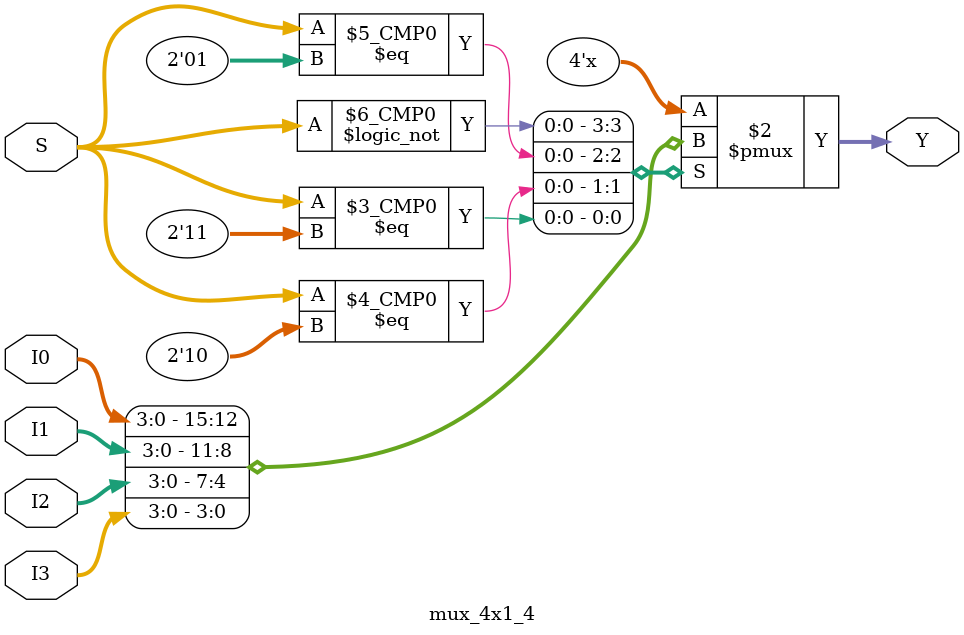
<source format=v>

module mux_4x1_4 (output reg [3:0] Y, input [1:0]S, input [3:0] I0, I1,I2, I3);
always @ (S, I0, I1, I2, I3)
case (S)
2'b00: Y=I0;
2'b01: Y=I1;
2'b10: Y=I2;
2'b11: Y=I3;
endcase
endmodule

</source>
